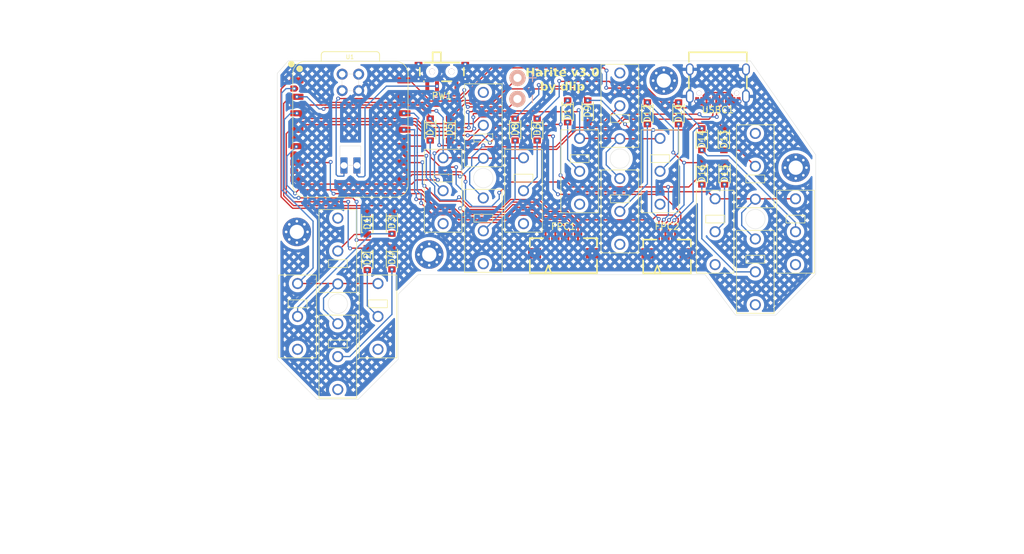
<source format=kicad_pcb>
(kicad_pcb (version 20241229) (generator "pcbnew") (generator_version "9.0")
  (layers (0 "F.Cu" signal) (2 "B.Cu" signal) (13 "F.Paste" user) (15 "B.Paste" user) (5 "F.SilkS" user "F.Silkscreen") (7 "B.SilkS" user "B.Silkscreen") (1 "F.Mask" user) (3 "B.Mask" user) (25 "Edge.Cuts" user))
  (net 0 "")
  (net 1 "BAT -")
  (net 2 "BAT +")
  (net 4 "5V")
  (net 7 "col1")
  (net 8 "row2")
  (net 9 "col5")
  (net 10 "col4")
  (net 11 "row3")
  (net 12 "row4")
  (net 13 "row1")
  (net 14 "col6")
  (net 15 "col2")
  (net 16 "col3")
  (net 17 "PSW")
  (net 18 "Net-(D2-A)")
  (net 19 "Net-(D3-A)")
  (net 20 "Net-(D1-A)")
  (net 21 "Net-(D5-A)")
  (net 22 "Net-(D6-A)")
  (net 23 "Net-(D8-A)")
  (net 24 "Net-(D9-A)")
  (net 25 "Net-(D10-A)")
  (net 26 "Net-(D12-A)")
  (net 27 "Net-(D13-A)")
  (net 28 "Net-(D14-A)")
  (net 29 "Net-(D16-A)")
  (net 30 "3V3")
  (net 31 "GND")
  (net 32 "MISO")
  (net 33 "MOSI")
  (net 34 "SCK")
  (net 35 "DR")
  (net 36 "SS")
  (net 37 "Net-(D4-A)")
  (net 38 "Net-(D7-A)")
  (net 39 "Net-(D11-A)")
  (net 40 "Net-(D15-A)")
  (net 49 "TX")
  (net 50 "RX")
  (footprint "easyeda2kicad:USB-C_SMD-TYPE-C-31-M-12" (layer "F.Cu") (at 123.17 25.519875 180)
    (property "Reference" "USBC1")
    (property "Value" "TYPE-C-31-M-12")
  )
  (footprint "easyeda2kicad:FPC-SMD_AFC01-S06FCC-00" (layer "F.Cu") (at 115.33 50.127375)
    (property "Reference" "FPC2")
    (property "Value" "AFC01-S06FCC-00")
  )
  (footprint "easyeda2kicad:SOD-123_L2.8-W1.8-LS3.7-RD-1" (layer "F.Cu") (at 78.8 32.349875 -90)
    (property "Reference" "D7")
    (property "Value" "1N4148W_C917030")
  )
  (footprint "easyeda2kicad:SOD-123_L2.8-W1.8-LS3.7-RD-1" (layer "F.Cu") (at 95.3 32.359875 -90)
    (property "Reference" "D6")
    (property "Value" "1N4148W_C917030")
  )
  (footprint "easyeda2kicad:SOD-123_L2.8-W1.8-LS3.7-RD-1" (layer "F.Cu") (at 91.9 32.349875 -90)
    (property "Reference" "D8")
    (property "Value" "1N4148W_C917030")
  )
  (footprint "easyeda2kicad:SOD-123_L2.8-W1.8-LS3.7-RD-1" (layer "F.Cu") (at 124.1 33.839875 -90)
    (property "Reference" "D13")
    (property "Value" "1N4148W_C917030")
  )
  (footprint "easyeda2kicad:SOD-123_L2.8-W1.8-LS3.7-RD-1" (layer "F.Cu") (at 112.3 29.839875 -90)
    (property "Reference" "D12")
    (property "Value" "1N4148W_C917030")
  )
  (footprint "easyeda2kicad:SOD-123_L2.8-W1.8-LS3.7-RD-1" (layer "F.Cu") (at 120.7 39.149875 -90)
    (property "Reference" "D16")
    (property "Value" "1N4148W_C917030")
  )
  (footprint "easyeda2kicad:SOD-123_L2.8-W1.8-LS3.7-RD-1" (layer "F.Cu") (at 124.2 39.149875 -90)
    (property "Reference" "D15")
    (property "Value" "1N4148W_C917030")
  )
  (footprint "easyeda2kicad:SOD-123_L2.8-W1.8-LS3.7-RD-1" (layer "F.Cu") (at 81.8 32.359875 -90)
    (property "Reference" "D5")
    (property "Value" "1N4148W_C917030")
  )
  (footprint "footprints:MountingHole_2.2mm_M2_Pad_Via" (layer "F.Cu") (at 114.833274 24.799875)
    (property "Reference" "H6")
    (property "Value" "MountingHole")
  )
  (footprint "easyeda2kicad:SOD-123_L2.8-W1.8-LS3.7-RD-1" (layer "F.Cu") (at 69.1 52.349875 -90)
    (property "Reference" "D2")
    (property "Value" "1N4148W_C917030")
  )
  (footprint "footprints:mouse-switch-cluster" (layer "F.Cu") (at 108.05 36.839875)
    (property "Reference" "SW3" (hide yes))
    (property "Value" "~")
    (fp_circle (center 0 0) (end 1.5 0) (stroke (width 0.05)) (fill no) (layer "Edge.Cuts"))
  )
  (footprint "easyeda2kicad:SOD-123_L2.8-W1.8-LS3.7-RD-1" (layer "F.Cu") (at 72.9 52.249875 -90)
    (property "Reference" "D4")
    (property "Value" "1N4148W_C917030")
  )
  (footprint "easyeda2kicad:FPC-SMD_AFC01-S12FCC-00" (layer "F.Cu") (at 99.35 50.109875)
    (property "Reference" "FPC1")
    (property "Value" "AFC01-S12FCC-00")
  )
  (footprint "easyeda2kicad:SOD-123_L2.8-W1.8-LS3.7-RD-1" (layer "F.Cu") (at 117.1 29.849875 -90)
    (property "Reference" "D10")
    (property "Value" "1N4148W_C917030")
  )
  (footprint "footprints:mouse-switch-cluster" (layer "F.Cu") (at 128.95 46.169875)
    (property "Reference" "SW4" (hide yes))
    (property "Value" "~")
    (fp_circle (center 0 0) (end 1.5 0) (stroke (width 0.05)) (fill no) (layer "Edge.Cuts"))
  )
  (footprint "easyeda2kicad:SOD-123_L2.8-W1.8-LS3.7-RD-1" (layer "F.Cu") (at 103.1 29.539875 -90)
    (property "Reference" "D9")
    (property "Value" "1N4148W_C917030")
  )
  (footprint "footprints:MountingHole_2.2mm_M2_Pad_Via" (layer "F.Cu") (at 58.233274 48.149875)
    (property "Reference" "H3")
    (property "Value" "MountingHole")
  )
  (footprint "easyeda2kicad:SOD-123_L2.8-W1.8-LS3.7-RD-1" (layer "F.Cu") (at 72.9 46.749875 -90)
    (property "Reference" "D3")
    (property "Value" "1N4148W_C917030")
  )
  (footprint "easyeda2kicad:SOD-123_L2.8-W1.8-LS3.7-RD-1" (layer "F.Cu") (at 69.1 46.849875 -90)
    (property "Reference" "D1")
    (property "Value" "1N4148W_C917030")
  )
  (footprint "footprints:mouse-switch-cluster" (layer "F.Cu") (at 86.9937 39.839875)
    (property "Reference" "SW2" (hide yes))
    (property "Value" "~")
    (fp_circle (center 0 0) (end 1.5 0) (stroke (width 0.05)) (fill no) (layer "Edge.Cuts"))
  )
  (footprint "footprints:mouse-switch-cluster" (layer "F.Cu") (at 64.55 59.249875)
    (property "Reference" "SW1" (hide yes))
    (property "Value" "~")
    (fp_circle (center 0 0) (end 1.5 0) (stroke (width 0.05)) (fill no) (layer "Edge.Cuts"))
  )
  (footprint "footprints:MountingHole_2.2mm_M2_Pad_Via" (layer "F.Cu") (at 78.65 51.649875)
    (property "Reference" "H4")
    (property "Value" "MountingHole")
  )
  (footprint "footprints:MountingHole_2.2mm_M2_Pad_Via" (layer "F.Cu") (at 135.183274 38.236601)
    (property "Reference" "H5")
    (property "Value" "MountingHole")
  )
  (footprint "easyeda2kicad:SOD-123_L2.8-W1.8-LS3.7-RD-1" (layer "F.Cu") (at 120.7 33.839875 -90)
    (property "Reference" "D14")
    (property "Value" "1N4148W_C917030")
  )
  (footprint "easyeda2kicad:SOD-123_L2.8-W1.8-LS3.7-RD-1" (layer "F.Cu") (at 100 29.539875 -90)
    (property "Reference" "D11")
    (property "Value" "1N4148W_C917030")
  )
  (footprint "footprints:XIAO-nRF52840-Plus-SMD" (layer "F.Cu") (at 66.495 32.372375 90)
    (property "Reference" "U1")
    (property "Value" "XIAO-ESP32-S3-Plus-SMD")
    (fp_rect (start -5.5 -1.6) (end -2.5 1.6) (stroke (width 0.05)) (fill no) (layer "Edge.Cuts"))
    (fp_rect (start 6 -1.3) (end 8.6 1.3) (stroke (width 0.05)) (fill no) (layer "Edge.Cuts"))
  )
  (footprint "easyeda2kicad:SW-TH_MSK12C02" (layer "F.Cu") (at 80.6 23.947375 180)
    (property "Reference" "PW1")
    (property "Value" "MSK12C02")
  )
  (footprint "footprints:BatteryPad" (layer "B.Cu") (at 92.25 27.624875 -90)
    (property "Reference" "H1" (hide yes))
    (property "Value" "-")
  )
  (footprint "footprints:BatteryPad" (layer "B.Cu") (at 92.27 24.374875 -90)
    (property "Reference" "H2" (hide yes))
    (property "Value" "+")
  )
  (gr_line (start 56.9 21.749875) (end 55.2 23.699875) (stroke (width 0.05)) (layer "Edge.Cuts"))
  (gr_line (start 138.26 36.249875) (end 138.26 54.649875) (stroke (width 0.05)) (layer "Edge.Cuts"))
  (gr_line (start 73.88 57.749875) (end 73.88 67.799875) (stroke (width 0.05)) (layer "Edge.Cuts"))
  (gr_line (start 125.9 60.999875) (end 121.21 54.749875) (stroke (width 0.05)) (layer "Edge.Cuts"))
  (gr_line (start 56.9 21.749875) (end 128.2 21.749875) (stroke (width 0.05)) (layer "Edge.Cuts"))
  (gr_line (start 138.26 36.249875) (end 128.2 21.749875) (stroke (width 0.05)) (layer "Edge.Cuts"))
  (gr_line (start 73.88 67.799875) (end 67.7 74) (stroke (width 0.05)) (layer "Edge.Cuts"))
  (gr_line (start 132.1 60.999875) (end 125.9 60.999875) (stroke (width 0.05)) (layer "Edge.Cuts"))
  (gr_line (start 138.26 54.652451) (end 132.1 60.999875) (stroke (width 0.05)) (layer "Edge.Cuts"))
  (gr_line (start 121.21 54.749875) (end 76.95 54.749875) (stroke (width 0.05)) (layer "Edge.Cuts"))
  (gr_line (start 61.35 73.999875) (end 67.7 74) (stroke (width 0.05)) (layer "Edge.Cuts"))
  (gr_line (start 76.95 54.749875) (end 73.88 57.749875) (stroke (width 0.05)) (layer "Edge.Cuts"))
  (gr_line (start 61.35 73.999875) (end 55.2 67.799875) (stroke (width 0.05)) (layer "Edge.Cuts"))
  (gr_line (start 55.2 67.799875) (end 55.2 23.699875) (stroke (width 0.05)) (layer "Edge.Cuts"))
  (gr_text "Harite v3.0\nby dlip" (at 99.2 26.549875 0) (layer "F.SilkS") (effects (font (size 1.3 1.3) (thickness 0.15) (bold yes)) (justify bottom)))
  (via (at 79.85 25.647375) (size 0.6) (drill 0.3) (layers "F.Cu" "B.Cu") (net 1))
  (segment (start 68.55 39.649875) (end 67.75 39.649875) (width 0.2) (layer "B.Cu") (net 1))
  (segment (start 67.501012 39.400887) (end 67.501012 38.473375) (width 0.2) (layer "B.Cu") (net 1))
  (segment (start 67.75 39.649875) (end 67.501012 39.400887) (width 0.2) (layer "B.Cu") (net 1))
  (segment (start 68.75 39.449875) (end 68.55 39.649875) (width 0.2) (layer "B.Cu") (net 1))
  (segment (start 79.85 25.647375) (end 72.0525 25.647375) (width 0.2) (layer "B.Cu") (net 1))
  (segment (start 68.75 28.949875) (end 68.75 39.449875) (width 0.2) (layer "B.Cu") (net 1))
  (segment (start 72.0525 25.647375) (end 68.75 28.949875) (width 0.2) (layer "B.Cu") (net 1))
  (segment (start 83.839208 27.847875) (end 85.015043 27.847875) (width 0.2) (layer "F.Cu") (net 2))
  (segment (start 85.167043 27.999875) (end 88.645 27.999875) (width 0.2) (layer "F.Cu") (net 2))
  (segment (start 88.645 27.999875) (end 92.27 24.374875) (width 0.2) (layer "F.Cu") (net 2))
  (segment (start 85.015043 27.847875) (end 85.167043 27.999875) (width 0.2) (layer "F.Cu") (net 2))
  (segment (start 71.799 27.561375) (end 72.844 26.516375) (width 0.2) (layer "F.Cu") (net 2))
  (segment (start 72.844 26.516375) (end 76.7178 26.516375) (width 0.2) (layer "F.Cu") (net 2))
  (segment (start 78.1513 27.949875) (end 83.737208 27.949875) (width 0.2) (layer "F.Cu") (net 2))
  (segment (start 64.6 27.561375) (end 71.799 27.561375) (width 0.2) (layer "F.Cu") (net 2))
  (segment (start 83.737208 27.949875) (end 83.839208 27.847875) (width 0.2) (layer "F.Cu") (net 2))
  (segment (start 76.7178 26.516375) (end 78.1513 27.949875) (width 0.2) (layer "F.Cu") (net 2))
  (via (at 64.6 27.561375) (size 0.6) (drill 0.3) (layers "F.Cu" "B.Cu") (net 2))
  (segment (start 64.294 39.293875) (end 64.55 39.549875) (width 0.2) (layer "B.Cu") (net 2))
  (segment (start 64.6 27.699375) (end 64.294 28.005375) (width 0.2) (layer "B.Cu") (net 2))
  (segment (start 64.55 39.549875) (end 65.45 39.549875) (width 0.2) (layer "B.Cu") (net 2))
  (segment (start 65.45 39.549875) (end 65.501012 39.498863) (width 0.2) (layer "B.Cu") (net 2))
  (segment (start 64.294 28.005375) (end 64.294 39.293875) (width 0.2) (layer "B.Cu") (net 2))
  (segment (start 65.501012 39.498863) (end 65.501012 38.473375) (width 0.2) (layer "B.Cu") (net 2))
  (segment (start 64.6 27.561375) (end 64.6 27.699375) (width 0.2) (layer "B.Cu") (net 2))
  (segment (start 84.120108 26.999875) (end 84.269108 26.850875) (width 0.2) (layer "F.Cu") (net 4))
  (segment (start 75.6525 24.752375) (end 78.45 27.549875) (width 0.2) (layer "F.Cu") (net 4))
  (segment (start 120.92 27.087875) (end 120.92 27.989875) (width 0.2) (layer "F.Cu") (net 4))
  (segment (start 83.5671 27.549875) (end 84.1171 26.999875) (width 0.2) (layer "F.Cu") (net 4))
  (segment (start 125.42 27.989875) (end 125.42 27.106594) (width 0.2) (layer "F.Cu") (net 4))
  (segment (start 121.37 26.637875) (end 120.92 27.087875) (width 0.2) (layer "F.Cu") (net 4))
  (segment (start 105.574 22.823875) (end 106 23.249875) (width 0.2) (layer "F.Cu") (net 4))
  (segment (start 125.42 27.106594) (end 124.951281 26.637875) (width 0.2) (layer "F.Cu") (net 4))
  (segment (start 111.7329 25.949875) (end 114.7829 28.999875) (width 0.2) (layer "F.Cu") (net 4))
  (segment (start 74.75 24.752375) (end 75.6525 24.752375) (width 0.2) (layer "F.Cu") (net 4))
  (segment (start 114.7829 28.999875) (end 120.92 28.999875) (width 0.2) (layer "F.Cu") (net 4))
  (segment (start 124.951281 26.637875) (end 121.37 26.637875) (width 0.2) (layer "F.Cu") (net 4))
  (segment (start 84.651 26.498818) (end 84.651 26.468983) (width 0.2) (layer "F.Cu") (net 4))
  (segment (start 84.1171 26.999875) (end 84.120108 26.999875) (width 0.2) (layer "F.Cu") (net 4))
  (segment (start 88.296108 22.823875) (end 105.574 22.823875) (width 0.2) (layer "F.Cu") (net 4))
  (segment (start 120.92 28.999875) (end 120.92 27.989875) (width 0.2) (layer "F.Cu") (net 4))
  (segment (start 105.95 25.899875) (end 106 25.949875) (width 0.2) (layer "F.Cu") (net 4))
  (segment (start 84.269108 26.850875) (end 84.298943 26.850875) (width 0.2) (layer "F.Cu") (net 4))
  (segment (start 84.651 26.468983) (end 88.296108 22.823875) (width 0.2) (layer "F.Cu") (net 4))
  (segment (start 78.45 27.549875) (end 83.5671 27.549875) (width 0.2) (layer "F.Cu") (net 4))
  (segment (start 106 25.949875) (end 111.7329 25.949875) (width 0.2) (layer "F.Cu") (net 4))
  (segment (start 84.298943 26.850875) (end 84.651 26.498818) (width 0.2) (layer "F.Cu") (net 4))
  (via (at 106 23.249875) (size 0.6) (drill 0.3) (layers "F.Cu" "B.Cu") (net 4))
  (via (at 105.95 25.899875) (size 0.6) (drill 0.3) (layers "F.Cu" "B.Cu") (net 4))
  (segment (start 106 25.849875) (end 105.95 25.899875) (width 0.2) (layer "B.Cu") (net 4))
  (segment (start 106 23.249875) (end 106 25.849875) (width 0.2) (layer "B.Cu") (net 4))
  (segment (start 64.49 56.119875) (end 64.55 56.179875) (width 0.2) (layer "F.Cu") (net 7))
  (segment (start 58.35 56.119875) (end 64.49 56.119875) (width 0.2) (layer "F.Cu") (net 7))
  (segment (start 70.75 56.119875) (end 64.61 56.119875) (width 0.2) (layer "F.Cu") (net 7))
  (segment (start 64.61 56.119875) (end 64.55 56.179875) (width 0.2) (layer "F.Cu") (net 7))
  (via (at 57.84 26.022375) (size 0.6) (drill 0.3) (layers "F.Cu" "B.Cu") (net 7))
  (segment (start 55.9 41.649875) (end 55.9 26.699875) (width 0.2) (layer "B.Cu") (net 7))
  (segment (start 62.35 58.379875) (end 64.55 56.179875) (width 0.2) (layer "B.Cu") (net 7))
  (segment (start 60.734274 53.735601) (end 60.734274 46.484149) (width 0.2) (layer "B.Cu") (net 7))
  (segment (start 62.35 60.119875) (end 62.35 58.379875) (width 0.2) (layer "B.Cu") (net 7))
  (segment (start 55.9 26.699875) (end 56.5775 26.022375) (width 0.2) (layer "B.Cu") (net 7))
  (segment (start 64.55 62.319875) (end 62.35 60.119875) (width 0.2) (layer "B.Cu") (net 7))
  (segment (start 58.35 56.119875) (end 60.734274 53.735601) (width 0.2) (layer "B.Cu") (net 7))
  (segment (start 56.5775 26.022375) (end 57.84 26.022375) (width 0.2) (layer "B.Cu") (net 7))
  (segment (start 60.734274 46.484149) (end 55.9 41.649875) (width 0.2) (layer "B.Cu") (net 7))
  (segment (start 114.58 46.516198) (end 114.833186 46.263012) (width 0.2) (layer "F.Cu") (net 8))
  (segment (start 122.428 37.459875) (end 124.2 37.459875) (width 0.2) (layer "F.Cu") (net 8))
  (segment (start 98.924998 31.549875) (end 97.2 31.549875) (width 0.2) (layer "F.Cu") (net 8))
  (segment (start 86.124 34.825875) (end 80.2697 34.825875) (width 0.2) (layer "F.Cu") (net 8))
  (segment (start 66.399943 44.098875) (end 71.939 44.098875) (width 0.2) (layer "F.Cu") (net 8))
  (segment (start 115.5 41.210875) (end 118.677 41.210875) (width 0.2) (layer "F.Cu") (net 8))
  (segment (start 100.711 41.210875) (end 115.5 41.210875) (width 0.2) (layer "F.Cu") (net 8))
  (segment (start 97.2 31.549875) (end 97 31.749875) (width 0.2) (layer "F.Cu") (net 8))
  (segment (start 114.833186 46.263012) (end 114.841962 46.263012) (width 0.2) (layer "F.Cu") (net 8))
  (segment (start 65.900057 44.098875) (end 65.901057 44.099875) (width 0.2) (layer "F.Cu") (net 8))
  (segment (start 66.398943 44.099875) (end 66.399943 44.098875) (width 0.2) (layer "F.Cu") (net 8))
  (segment (start 56.202 42.568975) (end 57.5329 43.899875) (width 0.2) (layer "F.Cu") (net 8))
  (segment (start 80.2697 34.825875) (end 80.1937 34.749875) (width 0.2) (layer "F.Cu") (net 8))
  (segment (start 57.224 27.292375) (end 56.202 28.314375) (width 0.2) (layer "F.Cu") (net 8))
  (segment (start 62.549 28.963375) (end 77.4635 28.963375) (width 0.2) (layer "F.Cu") (net 8))
  (segment (start 89.2 31.749875) (end 86.124 34.825875) (width 0.2) (layer "F.Cu") (net 8))
  (segment (start 58.24 27.292375) (end 57.224 27.292375) (width 0.2) (layer "F.Cu") (net 8))
  (segment (start 97 31.749875) (end 89.2 31.749875) (width 0.2) (layer "F.Cu") (net 8))
  (segment (start 77.4635 28.963375) (end 78.8 30.299875) (width 0.2) (layer "F.Cu") (net 8))
  (segment (start 56.202 28.314375) (end 56.202 42.568975) (width 0.2) (layer "F.Cu") (net 8))
  (segment (start 65.901057 44.099875) (end 66.398943 44.099875) (width 0.2) (layer "F.Cu") (net 8))
  (segment (start 98.9 39.399875) (end 100.711 41.210875) (width 0.2) (layer "F.Cu") (net 8))
  (segment (start 78.8 30.299875) (end 78.8 30.659875) (width 0.2) (layer "F.Cu") (net 8))
  (segment (start 62.35 29.162375) (end 62.549 28.963375) (width 0.2) (layer "F.Cu") (net 8))
  (segment (start 57.5329 43.899875) (end 57.55 43.899875) (width 0.2) (layer "F.Cu") (net 8))
  (segment (start 118.677 41.210875) (end 122.428 37.459875) (width 0.2) (layer "F.Cu") (net 8))
  (segment (start 114.58 48.787375) (end 114.58 46.516198) (width 0.2) (layer "F.Cu") (net 8))
  (segment (start 57.749 44.098875) (end 65.900057 44.098875) (width 0.2) (layer "F.Cu") (net 8))
  (segment (start 71.939 44.098875) (end 72.9 45.059875) (width 0.2) (layer "F.Cu") (net 8))
  (segment (start 57.55 43.899875) (end 57.749 44.098875) (width 0.2) (layer "F.Cu") (net 8))
  (via (at 98.924998 31.549875) (size 0.6) (drill 0.3) (layers "F.Cu" "B.Cu") (net 8))
  (via (at 80.1937 34.749875) (size 0.6) (drill 0.3) (layers "F.Cu" "B.Cu") (net 8))
  (via (at 114.841962 46.263012) (size 0.6) (drill 0.3) (layers "F.Cu" "B.Cu") (net 8))
  (via (at 62.35 29.162375) (size 0.6) (drill 0.3) (layers "F.Cu" "B.Cu") (net 8))
  (via (at 100 27.849875) (size 0.6) (drill 0.3) (layers "F.Cu" "B.Cu") (net 8))
  (via (at 58.24 27.292375) (size 0.6) (drill 0.3) (layers "F.Cu" "B.Cu") (net 8))
  (via (at 115.5 41.210875) (size 0.6) (drill 0.3) (layers "F.Cu" "B.Cu") (net 8))
  (via (at 78.8 30.659875) (size 0.6) (drill 0.3) (layers "F.Cu" "B.Cu") (net 8))
  (via (at 98.9 39.399875) (size 0.6) (drill 0.3) (layers "F.Cu" "B.Cu") (net 8))
  (segment (start 80.1937 32.053575) (end 80.1937 34.749875) (width 0.2) (layer "B.Cu") (net 8))
  (segment (start 115.551 45.553974) (end 115.551 41.261875) (width 0.2) (layer "B.Cu") (net 8))
  (segment (start 58.24 27.292375) (end 59.7925 27.292375) (width 0.2) (layer "B.Cu") (net 8))
  (segment (start 114.841962 46.263012) (end 115.551 45.553974) (width 0.2) (layer "B.Cu") (net 8))
  (segment (start 98.924998 34.274873) (end 98.924998 39.374877) (width 0.2) (layer "B.Cu") (net 8))
  (segment (start 98.924998 31.549875) (end 98.924998 28.924877) (width 0.2) (layer "B.Cu") (net 8))
  (segment (start 59.7925 27.292375) (end 60.3 27.799875) (width 0.2) (layer "B.Cu") (net 8))
  (segment (start 98.924998 31.549875) (end 98.924998 34.274873) (width 0.2) (layer "B.Cu") (net 8))
  (segment (start 78.8 30.659875) (end 80.1937 32.053575) (width 0.2) (layer "B.Cu") (net 8))
  (segment (start 98.924998 39.374877) (end 98.9 39.399875) (width 0.2) (layer "B.Cu") (net 8))
  (segment (start 98.924998 28.924877) (end 100 27.849875) (width 0.2) (layer "B.Cu") (net 8))
  (segment (start 60.3 27.799875) (end 61.6625 29.162375) (width 0.2) (layer "B.Cu") (net 8))
  (segment (start 61.6625 29.162375) (end 62.35 29.162375) (width 0.2) (layer "B.Cu") (net 8))
  (segment (start 115.551 41.261875) (end 115.5 41.210875) (width 0.2) (layer "B.Cu") (net 8))
  (segment (start 100.1473 44.595875) (end 101.8423 46.290875) (width 0.2) (layer "F.Cu") (net 9))
  (segment (start 117.052079 46.599897) (end 116.08 47.571976) (width 0.2) (layer "F.Cu") (net 9))
  (segment (start 116.498943 45.548875) (end 117.052079 46.102011) (width 0.2) (layer "F.Cu") (net 9))
  (segment (start 91.1974 43.149875) (end 95.5842 43.149875) (width 0.2) (layer "F.Cu") (net 9))
  (segment (start 75.3675 36.399875) (end 78.2 36.399875) (width 0.2) (layer "F.Cu") (net 9))
  (segment (start 83.251 42.799875) (end 83.4 42.799875) (width 0.2) (layer "F.Cu") (net 9))
  (segment (start 95.5842 43.149875) (end 97.0292 44.594875) (width 0.2) (layer "F.Cu") (net 9))
  (segment (start 101.8423 46.290875) (end 113.059057 46.290875) (width 0.2) (layer "F.Cu") (net 9))
  (segment (start 117.052079 46.102011) (end 117.052079 46.599897) (width 0.2) (layer "F.Cu") (net 9))
  (segment (start 113.059057 46.290875) (end 113.801057 45.548875) (width 0.2) (layer "F.Cu") (net 9))
  (segment (start 83.4 42.799875) (end 84.278181 43.678056) (width 0.2) (layer "F.Cu") (net 9))
  (segment (start 116.08 47.571976) (end 116.08 48.787375) (width 0.2) (layer "F.Cu") (net 9))
  (segment (start 90.0644 44.282875) (end 91.1974 43.149875) (width 0.2) (layer "F.Cu") (net 9))
  (segment (start 99.7625 44.594875) (end 99.7635 44.595875) (width 0.2) (layer "F.Cu") (net 9))
  (segment (start 84.279595 43.678056) (end 84.884414 44.282875) (width 0.2) (layer "F.Cu") (net 9))
  (segment (start 75.15 36.182375) (end 75.3675 36.399875) (width 0.2) (layer "F.Cu") (net 9))
  (segment (start 99.7635 44.595875) (end 100.1473 44.595875) (width 0.2) (layer "F.Cu") (net 9))
  (segment (start 97.0292 44.594875) (end 99.7625 44.594875) (width 0.2) (layer "F.Cu") (net 9))
  (segment (start 84.884414 44.282875) (end 90.0644 44.282875) (width 0.2) (layer "F.Cu") (net 9))
  (segment (start 113.801057 45.548875) (end 116.498943 45.548875) (width 0.2) (layer "F.Cu") (net 9))
  (segment (start 84.278181 43.678056) (end 84.279595 43.678056) (width 0.2) (layer "F.Cu") (net 9))
  (via (at 78.2 36.399875) (size 0.6) (drill 0.3) (layers "F.Cu" "B.Cu") (net 9))
  (via (at 83.251 42.799875) (size 0.6) (drill 0.3) (layers "F.Cu" "B.Cu") (net 9))
  (segment (start 80.373808 43.209875) (end 79.4927 42.328767) (width 0.2) (layer "B.Cu") (net 9))
  (segment (start 78.2 39.763275) (end 78.2 36.399875) (width 0.2) (layer "B.Cu") (net 9))
  (segment (start 79.4927 41.055975) (end 78.2 39.763275) (width 0.2) (layer "B.Cu") (net 9))
  (segment (start 82.841 43.209875) (end 80.373808 43.209875) (width 0.2) (layer "B.Cu") (net 9))
  (segment (start 83.251 42.799875) (end 82.841 43.209875) (width 0.2) (layer "B.Cu") (net 9))
  (segment (start 79.4927 42.328767) (end 79.4927 41.055975) (width 0.2) (layer "B.Cu") (net 9))
  (segment (start 128.89 43.039875) (end 128.95 43.099875) (width 0.2) (layer "F.Cu") (net 10))
  (segment (start 121.659 41.948875) (end 122.75 43.039875) (width 0.2) (layer "F.Cu") (net 10))
  (segment (start 89.45 42.099875) (end 91.1 40.449875) (width 0.2) (layer "F.Cu") (net 10))
  (segment (start 84.25 39.599875) (end 84.25 40.399875) (width 0.2) (layer "F.Cu") (net 10))
  (segment (start 135.15 43.039875) (end 129.01 43.039875) (width 0.2) (layer "F.Cu") (net 10))
  (segment (start 83.55 38.899875) (end 84.25 39.599875) (width 0.2) (layer "F.Cu") (net 10))
  (segment (start 129.01 43.039875) (end 128.95 43.099875) (width 0.2) (layer "F.Cu") (net 10))
  (segment (start 75.302528 38.874903) (end 83.574972 38.874903) (width 0.2) (layer "F.Cu") (net 10))
  (segment (start 122.75 43.039875) (end 128.89 43.039875) (width 0.2) (layer "F.Cu") (net 10))
  (segment (start 100.8819 41.948875) (end 121.659 41.948875) (width 0.2) (layer "F.Cu") (net 10))
  (segment (start 91.1 40.449875) (end 99.3829 40.449875) (width 0.2) (layer "F.Cu") (net 10))
  (segment (start 99.3829 40.449875) (end 100.8819 41.948875) (width 0.2) (layer "F.Cu") (net 10))
  (segment (start 75.15 38.722375) (end 75.302528 38.874903) (width 0.2) (layer "F.Cu") (net 10))
  (segment (start 83.574972 38.874903) (end 83.55 38.899875) (width 0.2) (layer "F.Cu") (net 10))
  (via (at 84.25 40.399875) (size 0.6) (drill 0.3) (layers "F.Cu" "B.Cu") (net 10))
  (via (at 89.45 42.099875) (size 0.6) (drill 0.3) (layers "F.Cu" "B.Cu") (net 10))
  (segment (start 84.25 40.399875) (end 84.25 41.682775) (width 0.2) (layer "B.Cu") (net 10))
  (segment (start 84.252 41.684775) (end 84.252 43.151875) (width 0.2) (layer "B.Cu") (net 10))
  (segment (start 88.289 44.210875) (end 89.45 43.049875) (width 0.2) (layer "B.Cu") (net 10))
  (segment (start 128.95 49.239875) (end 126.849 47.138875) (width 0.2) (layer "B.Cu") (net 10))
  (segment (start 89.45 43.049875) (end 89.45 42.099875) (width 0.2) (layer "B.Cu") (net 10))
  (segment (start 85.311 44.210875) (end 88.289 44.210875) (width 0.2) (layer "B.Cu") (net 10))
  (segment (start 84.25 41.682775) (end 84.252 41.684775) (width 0.2) (layer "B.Cu") (net 10))
  (segment (start 84.252 43.151875) (end 85.311 44.210875) (width 0.2) (layer "B.Cu") (net 10))
  (segment (start 126.849 45.200875) (end 128.95 43.099875) (width 0.2) (layer "B.Cu") (net 10))
  (segment (start 126.849 47.138875) (end 126.849 45.200875) (width 0.2) (layer "B.Cu") (net 10))
  (segment (start 58.24 29.832375) (end 59.0575 30.649875) (width 0.2) (layer "F.Cu") (net 11))
  (segment (start 59.0575 30.649875) (end 76.6 30.649875) (width 0.2) (layer "F.Cu") (net 11))
  (segment (start 102.7171 26.899875) (end 111.05 26.899875) (width 0.2) (layer "F.Cu") (net 11))
  (segment (start 76.6 30.649875) (end 77.396 31.445875) (width 0.2) (layer "F.Cu") (net 11))
  (segment (start 115.08 46.873503) (end 115.646327 46.307176) (width 0.2) (layer "F.Cu") (net 11))
  (segment (start 101.4901 25.672875) (end 102.7171 26.899875) (width 0.2) (layer "F.Cu") (net 11))
  (segment (start 77.396 31.445875) (end 85.397808 31.445875) (width 0.2) (layer "F.Cu") (net 11))
  (segment (start 91.629 30.388875) (end 91.9 30.659875) (width 0.2) (layer "F.Cu") (net 11))
  (segment (start 71.74 49.399875) (end 67.45 49.399875) (width 0.2) (layer "F.Cu") (net 11))
  (segment (start 116.295735 35.89561) (end 117.86 37.459875) (width 0.2) (layer "F.Cu") (net 11))
  (segment (start 95.749 25.672875) (end 101.4901 25.672875) (width 0.2) (layer "F.Cu") (net 11))
  (segment (start 117.86 37.459875) (end 117.95 37.459875) (width 0.2) (layer "F.Cu") (net 11))
  (segment (start 86.454808 30.388875) (end 91.629 30.388875) (width 0.2) (layer "F.Cu") (net 11))
  (segment (start 72.9 50.559875) (end 71.74 49.399875) (width 0.2) (layer "F.Cu") (net 11))
  (segment (start 85.397808 31.445875) (end 86.454808 30.388875) (width 0.2) (layer "F.Cu") (net 11))
  (segment (start 66.85 42.898875) (end 67.45 43.498875) (width 0.2) (layer "F.Cu") (net 11))
  (segment (start 117.95 37.459875) (end 120.7 37.459875) (width 0.2) (layer "F.Cu") (net 11))
  (segment (start 111.05 26.899875) (end 112.3 28.149875) (width 0.2) (layer "F.Cu") (net 11))
  (segment (start 95.55 25.473875) (end 95.749 25.672875) (width 0.2) (layer "F.Cu") (net 11))
  (segment (start 115.08 48.787375) (end 115.08 46.873503) (width 0.2) (layer "F.Cu") (net 11))
  (segment (start 58.5 42.898875) (end 66.85 42.898875) (width 0.2) (layer "F.Cu") (net 11))
  (via (at 116.295735 35.89561) (size 0.6) (drill 0.3) (layers "F.Cu" "B.Cu") (net 11))
  (via (at 95.55 25.473875) (size 0.6) (drill 0.3) (layers "F.Cu" "B.Cu") (net 11))
  (via (at 67.45 49.399875) (size 0.6) (drill 0.3) (layers "F.Cu" "B.Cu") (net 11))
  (via (at 115.646327 46.307176) (size 0.6) (drill 0.3) (layers "F.Cu" "B.Cu") (net 11))
  (via (at 58.5 42.898875) (size 0.6) (drill 0.3) (layers "F.Cu" "B.Cu") (net 11))
  (via (at 67.45 43.498875) (size 0.6) (drill 0.3) (layers "F.Cu" "B.Cu") (net 11))
  (via (at 91.9 30.659875) (size 0.6) (drill 0.3) (layers "F.Cu" "B.Cu") (net 11))
  (via (at 58.24 29.832375) (size 0.6) (drill 0.3) (layers "F.Cu" "B.Cu") (net 11))
  (via (at 117.95 37.459875) (size 0.6) (drill 0.3) (layers "F.Cu" "B.Cu") (net 11))
  (via (at 112.3 28.149875) (size 0.6) (drill 0.3) (layers "F.Cu" "B.Cu") (net 11))
  (segment (start 56.301 41.400875) (end 56.301 30.799875) (width 0.2) (layer "B.Cu") (net 11))
  (segment (start 67.45 43.498875) (end 67.45 49.399875) (width 0.2) (layer "B.Cu") (net 11))
  (segment (start 56.301 30.799875) (end 57.2685 29.832375) (width 0.2) (layer "B.Cu") (net 11))
  (segment (start 57.8 42.899875) (end 58.499 42.899875) (width 0.2) (layer "B.Cu") (net 11))
  (segment (start 58.499 42.899875) (end 58.5 42.898875) (width 0.2) (layer "B.Cu") (net 11))
  (segment (start 57.2685 29.832375) (end 58.24 29.832375) (width 0.2) (layer "B.Cu") (net 11))
  (segment (start 95.55 25.473875) (end 95.55 26.949875) (width 0.2) (layer "B.Cu") (net 11))
  (segment (start 95.55 26.949875) (end 91.9 30.599875) (width 0.2) (layer "B.Cu") (net 11))
  (segment (start 117.95 44.003503) (end 117.95 37.459875) (width 0.2) (layer "B.Cu") (net 11))
  (segment (start 112.3 28.149875) (end 116.295735 32.14561) (width 0.2) (layer "B.Cu") (net 11))
  (segment (start 91.9 30.599875) (end 91.9 30.659875) (width 0.2) (layer "B.Cu") (net 11))
  (segment (start 57.8 42.899875) (end 56.301 41.400875) (width 0.2) (layer "B.Cu") (net 11))
  (segment (start 116.295735 32.14561) (end 116.295735 35.89561) (width 0.2) (layer "B.Cu") (net 11))
  (segment (start 115.646327 46.307176) (end 117.95 44.003503) (width 0.2) (layer "B.Cu") (net 11))
  (segment (start 115.58 47.222033) (end 116.451079 46.350954) (width 0.2) (layer "F.Cu") (net 12))
  (segment (start 98.761 24.910875) (end 106.411 24.910875) (width 0.2) (layer "F.Cu") (net 12))
  (segment (start 85.45 29.949875) (end 85.516 29.883875) (width 0.2) (layer "F.Cu") (net 12))
  (segment (start 57.699 43.498875) (end 66.15 43.498875) (width 0.2) (layer "F.Cu") (net 12))
  (segment (start 58.24 32.372375) (end 59.016 31.596375) (width 0.2) (layer "F.Cu") (net 12))
  (segment (start 115.58 48.787375) (end 115.58 47.222033) (width 0.2) (layer "F.Cu") (net 12))
  (segment (start 98.7 24.849875) (end 98.761 24.910875) (width 0.2) (layer "F.Cu") (net 12))
  (segment (start 58.24 32.372375) (end 57.224 32.372375) (width 0.2) (layer "F.Cu") (net 12))
  (segment (start 66.49 50.659875) (end 66.45 50.699875) (width 0.2) (layer "F.Cu") (net 12))
  (segment (start 59.016 31.596375) (end 75.7623 31.596375) (width 0.2) (layer "F.Cu") (net 12))
  (segment (start 56.603 42.402875) (end 57.699 43.498875) (width 0.2) (layer "F.Cu") (net 12))
  (segment (start 85.516 29.883875) (end 94.514 29.883875) (width 0.2) (layer "F.Cu") (net 12))
  (segment (start 85.143521 32.646875) (end 85.58505 32.205346) (width 0.2) (layer "F.Cu") (net 12))
  (segment (start 56.603 32.993375) (end 56.603 42.402875) (width 0.2) (layer "F.Cu") (net 12))
  (segment (start 114.51 28.159875) (end 117.1 28.159875) (width 0.2) (layer "F.Cu") (net 12))
  (segment (start 77.4628 32.646875) (end 85.143521 32.646875) (width 0.2) (layer "F.Cu") (net 12))
  (segment (start 94.514 29.883875) (end 95.3 30.669875) (width 0.2) (layer "F.Cu") (net 12))
  (segment (start 85.45 30.449875) (end 85.45 29.949875) (width 0.2) (layer "F.Cu") (net 12))
  (segment (start 76.4123 31.596375) (end 77.4628 32.646875) (width 0.2) (layer "F.Cu") (net 12))
  (segment (start 75.7623 31.596375) (end 76.4123 31.596375) (width 0.2) (layer "F.Cu") (net 12))
  (segment (start 106.411 24.910875) (end 107.049 25.548875) (width 0.2) (layer "F.Cu") (net 12))
  (segment (start 69.1 50.659875) (end 66.49 50.659875) (width 0.2) (layer "F.Cu") (net 12))
  (segment (start 107.049 25.548875) (end 111.899 25.548875) (width 0.2) (layer "F.Cu") (net 12))
  (segment (start 111.899 25.548875) (end 114.51 28.159875) (width 0.2) (layer "F.Cu") (net 12))
  (segment (start 57.224 32.372375) (end 56.603 32.993375) (width 0.2) (layer "F.Cu") (net 12))
  (via (at 120.7 32.149875) (size 0.6) (drill 0.3) (layers "F.Cu" "B.Cu") (net 12))
  (via (at 85.58505 32.205346) (size 0.6) (drill 0.3) (layers "F.Cu" "B.Cu") (net 12))
  (via (at 66.45 50.699875) (size 0.6) (drill 0.3) (layers "F.Cu" "B.Cu") (net 12))
  (via (at 98.7 24.849875) (size 0.6) (drill 0.3) (layers "F.Cu" "B.Cu") (net 12))
  (via (at 95.3 30.669875) (size 0.6) (drill 0.3) (layers "F.Cu" "B.Cu") (net 12))
  (via (at 117.1 28.159875) (size 0.6) (drill 0.3) (layers "F.Cu" "B.Cu") (net 12))
  (via (at 116.451079 46.350954) (size 0.6) (drill 0.3) (layers "F.Cu" "B.Cu") (net 12))
  (via (at 85.45 30.449875) (size 0.6) (drill 0.3) (layers "F.Cu" "B.Cu") (net 12))
  (via (at 66.15 43.498875) (size 0.6) (drill 0.3) (layers "F.Cu" "B.Cu") (net 12))
  (segment (start 98.7 27.269875) (end 98.7 24.849875) (width 0.2) (layer "B.Cu") (net 12))
  (segment (start 85.45 32.070296) (end 85.58505 32.205346) (width 0.2) (layer "B.Cu") (net 12))
  (segment (start 66.15 50.399875) (end 66.45 50.699875) (width 0.2) (layer "B.Cu") (net 12))
  (segment (start 119.9 32.149875) (end 120.7 32.149875) (width 0.2) (layer "B.Cu") (net 12))
  (segment (start 117.1 28.549875) (end 120.7 32.149875) (width 0.2) (layer "B.Cu") (net 12))
  (segment (start 119.35 32.699875) (end 119.9 32.149875) (width 0.2) (layer "B.Cu") (net 12))
  (segment (start 117.1 28.159875) (end 117.1 28.549875) (width 0.2) (layer "B.Cu") (net 12))
  (segment (start 66.15 43.498875) (end 66.15 50.399875) (width 0.2) (layer "B.Cu") (net 12))
  (segment (start 119.35 43.452033) (end 119.35 32.699875) (width 0.2) (layer "B.Cu") (net 12))
  (segment (start 116.451079 46.350954) (end 119.35 43.452033) (width 0.2) (layer "B.Cu") (net 12))
  (segment (start 85.45 30.449875) (end 85.45 32.070296) (width 0.2) (layer "B.Cu") (net 12))
  (segment (start 95.3 30.669875) (end 98.7 27.269875) (width 0.2) (layer "B.Cu") (net 12))
  (segment (start 108.85 31.499875) (end 109.759 32.408875) (width 0.2) (layer "F.Cu") (net 13))
  (segment (start 61.649 28.161375) (end 61.933957 28.161375) (width 0.2) (layer "F.Cu") (net 13))
  (segment (start 57.1475 24.752375) (end 55.801 26.098875) (width 0.2) (layer "F.Cu") (net 13))
  (segment (start 62.765043 28.160375) (end 62.766043 28.161375) (width 0.2) (layer "F.Cu") (net 13))
  (segment (start 68.44 44.499875) (end 69.1 45.159875) (width 0.2) (layer "F.Cu") (net 13))
  (segment (start 66.565043 44.500875) (end 66.566043 44.499875) (width 0.2) (layer "F.Cu") (net 13))
  (segment (start 65.734957 44.500875) (end 66.565043 44.500875) (width 0.2) (layer "F.Cu") (net 13))
  (segment (start 57.3839 44.300875) (end 57.5829 44.499875) (width 0.2) (layer "F.Cu") (net 13))
  (segment (start 123.324 31.373875) (end 124.1 32.149875) (width 0.2) (layer "F.Cu") (net 13))
  (segment (start 65.733957 44.499875) (end 65.734957 44.500875) (width 0.2) (layer "F.Cu") (net 13))
  (segment (start 88.8111 28.400875) (end 85.000943 28.400875) (width 0.2) (layer "F.Cu") (net 13))
  (segment (start 57.5829 44.499875) (end 65.733957 44.499875) (width 0.2) (layer "F.Cu") (net 13))
  (segment (start 58.24 24.752375) (end 61.649 28.161375) (width 0.2) (layer "F.Cu") (net 13))
  (segment (start 58.24 24.752375) (end 57.1475 24.752375) (width 0.2) (layer "F.Cu") (net 13))
  (segment (start 109.759 32.408875) (end 113.2 32.408875) (width 0.2) (layer "F.Cu") (net 13))
  (segment (start 62.766043 28.161375) (end 77.7957 28.161375) (width 0.2) (layer "F.Cu") (net 13))
  (segment (start 66.566043 44.499875) (end 68.44 44.499875) (width 0.2) (layer "F.Cu") (net 13))
  (segment (start 61.934957 28.160375) (end 62.765043 28.160375) (width 0.2) (layer "F.Cu") (net 13))
  (segment (start 77.7957 28.161375) (end 78.370671 28.736346) (width 0.2) (layer "F.Cu") (net 13))
  (segment (start 114.08 46.179875) (end 114.05 46.149875) (width 0.2) (layer "F.Cu") (net 13))
  (segment (start 91.1381 26.073875) (end 88.8111 28.400875) (width 0.2) (layer "F.Cu") (net 13))
  (segment (start 80.413528 28.736346) (end 81.8 30.122818) (width 0.2) (layer "F.Cu") (net 13))
  (segment (start 101.324 26.073875) (end 91.1381 26.073875) (width 0.2) (layer "F.Cu") (net 13))
  (segment (start 85.000943 28.400875) (end 84.848943 28.248875) (width 0.2) (layer "F.Cu") (net 13))
  (segment (start 84.221 28.248875) (end 81.8 30.669875) (width 0.2) (layer "F.Cu") (net 13))
  (segment (start 81.8 30.122818) (end 81.8 30.669875) (width 0.2) (layer "F.Cu") (net 13))
  (segment (start 114.08 48.787375) (end 114.08 46.179875) (width 0.2) (layer "F.Cu") (net 13))
  (segment (start 113.2 32.408875) (end 118.789 32.408875) (width 0.2) (layer "F.Cu") (net 13))
  (segment (start 103.1 27.849875) (end 101.324 26.073875) (width 0.2) (layer "F.Cu") (net 13))
  (segment (start 57.3668 44.300875) (end 57.3839 44.300875) (width 0.2) (layer "F.Cu") (net 13))
  (segment (start 84.848943 28.248875) (end 84.221 28.248875) (width 0.2) (layer "F.Cu") (net 13))
  (segment (start 118.789 32.408875) (end 119.824 31.373875) (width 0.2) (layer "F.Cu") (net 13))
  (segment (start 119.824 31.373875) (end 123.324 31.373875) (width 0.2) (layer "F.Cu") (net 13))
  (segment (start 55.801 26.098875) (end 55.801 42.735075) (width 0.2) (layer "F.Cu") (net 13))
  (segment (start 78.370671 28.736346) (end 80.413528 28.736346) (width 0.2) (layer "F.Cu") (net 13))
  (segment (start 55.801 42.735075) (end 57.3668 44.300875) (width 0.2) (layer "F.Cu") (net 13))
  (segment (start 61.933957 28.161375) (end 61.934957 28.160375) (width 0.2) (layer "F.Cu") (net 13))
  (via (at 103.1 27.849875) (size 0.6) (drill 0.3) (layers "F.Cu" "B.Cu") (net 13))
  (via (at 108.85 31.499875) (size 0.6) (drill 0.3) (layers "F.Cu" "B.Cu") (net 13))
  (via (at 114.05 46.149875) (size 0.6) (drill 0.3) (layers "F.Cu" "B.Cu") (net 13))
  (via (at 113.2 32.408875) (size 0.6) (drill 0.3) (layers "F.Cu" "B.Cu") (net 13))
  (segment (start 112.949 32.659875) (end 113.2 32.408875) (width 0.2) (layer "B.Cu") (net 13))
  (segment (start 103.1 27.849875) (end 105.2 27.849875) (width 0.2) (layer "B.Cu") (net 13))
  (segment (start 105.2 27.849875) (end 108.85 31.499875) (width 0.2) (layer "B.Cu") (net 13))
  (segment (start 114.05 46.149875) (end 112.949 45.048875) (width 0.2) (layer "B.Cu") (net 13))
  (segment (start 112.949 45.048875) (end 112.949 32.659875) (width 0.2) (layer "B.Cu") (net 13))
  (segment (start 116.58 47.919875) (end 116.531 47.870875) (width 0.2) (layer "F.Cu") (net 14))
  (segment (start 88 34.399875) (end 89.136 33.263875) (width 0.2) (layer "F.Cu") (net 14))
  (segment (start 117.453079 45.233062) (end 114.569892 42.349875) (width 0.2) (layer "F.Cu") (net 14))
  (segment (start 75.5455 33.246875) (end 84.588172 33.246875) (width 0.2) (layer "F.Cu") (net 14))
  (segment (start 116.531 47.736375) (end 116.482701 47.736375) (width 0.2) (layer "F.Cu") (net 14))
  (segment (start 116.58 48.787375) (end 116.58 47.919875) (width 0.2) (layer "F.Cu") (net 14))
  (segment (start 89.136 33.263875) (end 97.614 33.263875) (width 0.2) (layer "F.Cu") (net 14))
  (segment (start 117.453079 46.765997) (end 117.453079 45.233062) (width 0.2) (layer "F.Cu") (net 14))
  (segment (start 116.531 47.870875) (end 116.531 47.736375) (width 0.2) (layer "F.Cu") (net 14))
  (segment (start 75.15 33.642375) (end 75.5455 33.246875) (width 0.2) (layer "F.Cu") (net 14))
  (segment (start 116.482701 47.736375) (end 117.453079 46.765997) (width 0.2) (layer "F.Cu") (net 14))
  (segment (start 114.569892 42.349875) (end 98.5 42.349875) (width 0.2) (layer "F.Cu") (net 14))
  (segment (start 97.614 33.263875) (end 97.75 33.399875) (width 0.2) (layer "F.Cu") (net 14))
  (via (at 97.75 33.399875) (size 0.6) (drill 0.3) (layers "F.Cu" "B.Cu") (net 14))
  (via (at 88 34.399875) (size 0.6) (drill 0.3) (layers "F.Cu" "B.Cu") (net 14))
  (via (at 98.5 42.349875) (size 0.6) (drill 0.3) (layers "F.Cu" "B.Cu") (net 14))
  (via (at 84.588172 33.246875) (size 0.6) (drill 0.3) (layers "F.Cu" "B.Cu") (net 14))
  (segment (start 97.75 33.399875) (end 97.75 41.599875) (width 0.2) (layer "B.Cu") (net 14))
  (segment (start 86.847 33.246875) (end 88 34.399875) (width 0.2) (layer "B.Cu") (net 14))
  (segment (start 84.588172 33.246875) (end 86.847 33.246875) (width 0.2) (layer "B.Cu") (net 14))
  (segment (start 97.75 41.599875) (end 98.5 42.349875) (width 0.2) (layer "B.Cu") (net 14))
  (segment (start 62.100057 28.562375) (end 57.84 28.562375) (width 0.2) (layer "F.Cu") (net 15))
  (segment (start 62.599943 28.562375) (end 62.598943 28.561375) (width 0.2) (layer "F.Cu") (net 15))
  (segment (start 62.101057 28.561375) (end 62.100057 28.562375) (width 0.2) (layer "F.Cu") (net 15))
  (segment (start 86.9937 36.769875) (end 93.1337 36.769875) (width 0.2) (layer "F.Cu") (net 15))
  (segment (start 77.6296 28.562375) (end 62.599943 28.562375) (width 0.2) (layer "F.Cu") (net 15))
  (segment (start 86.9337 36.709875) (end 86.9937 36.769875) (width 0.2) (layer "F.Cu") (net 15))
  (segment (start 79.75 29.449875) (end 78.5171 29.449875) (width 0.2) (layer "F.Cu") (net 15))
  (segment (start 78.5171 29.449875) (end 77.6296 28.562375) (width 0.2) (layer "F.Cu") (net 15))
  (segment (start 62.598943 28.561375) (end 62.101057 28.561375) (width 0.2) (layer "F.Cu") (net 15))
  (segment (start 93.1337 36.769875) (end 93.1937 36.709875) (width 0.2) (layer "F.Cu") (net 15))
  (segment (start 80.7937 36.709875) (end 86.9337 36.709875) (width 0.2) (layer "F.Cu") (net 15))
  (via (at 79.75 29.449875) (size 0.6) (drill 0.3) (layers "F.Cu" "B.Cu") (net 15))
  (segment (start 84.8927 40.808875) (end 84.8927 38.870875) (width 0.2) (layer "B.Cu") (net 15))
  (segment (start 84.8927 38.870875) (end 86.9937 36.769875) (width 0.2) (layer "B.Cu") (net 15))
  (segment (start 80.7937 30.493575) (end 80.7937 36.709875) (width 0.2) (layer "B.Cu") (net 15))
  (segment (start 79.75 29.449875) (end 80.7937 30.493575) (width 0.2) (layer "B.Cu") (net 15))
  (segment (start 86.9937 42.909875) (end 84.8927 40.808875) (width 0.2) (layer "B.Cu") (net 15))
  (segment (start 114.19 33.769875) (end 114.25 33.709875) (width 0.2) (layer "F.Cu") (net 16))
  (segment (start 76.4854 31.102375) (end 77.4289 32.045875) (width 0.2) (layer "F.Cu") (net 16))
  (segment (start 84.777534 29.599875) (end 85.2329 29.599875) (width 0.2) (layer "F.Cu") (net 16))
  (segment (start 101.45 29.599875) (end 101.7 29.349875) (width 0.2) (layer "F.Cu") (net 16))
  (segment (start 57.84 31.102375) (end 76.4854 31.102375) (width 0.2) (layer "F.Cu") (net 16))
  (segment (start 84.6 29.649878) (end 84.727531 29.649878) (width 0.2) (layer "F.Cu") (net 16))
  (segment (start 77.4289 32.045875) (end 84.75 32.045875) (width 0.2) (layer "F.Cu") (net 16))
  (segment (start 107.99 33.709875) (end 108.05 33.769875) (width 0.2) (layer "F.Cu") (net 16))
  (segment (start 85.2329 29.599875) (end 85.3499 29.482875) (width 0.2) (layer "F.Cu") (net 16))
  (segment (start 94.6801 29.482875) (end 94.7971 29.599875) (width 0.2) (layer "F.Cu") (net 16))
  (segment (start 108.05 33.769875) (end 114.19 33.769875) (width 0.2) (layer "F.Cu") (net 16))
  (segment (start 84.727531 29.649878) (end 84.777534 29.599875) (width 0.2) (layer "F.Cu") (net 16))
  (segment (start 85.3499 29.482875) (end 94.6801 29.482875) (width 0.2) (layer "F.Cu") (net 16))
  (segment (start 101.85 33.709875) (end 107.99 33.709875) (width 0.2) (layer "F.Cu") (net 16))
  (segment (start 94.7971 29.599875) (end 101.45 29.599875) (width 0.2) (layer "F.Cu") (net 16))
  (via (at 84.75 32.045875) (size 0.6) (drill 0.3) (layers "F.Cu" "B.Cu") (net 16))
  (via (at 84.6 29.649878) (size 0.6) (drill 0.3) (layers "F.Cu" "B.Cu") (net 16))
  (via (at 101.7 29.349875) (size 0.6) (drill 0.3) (layers "F.Cu" "B.Cu") (net 16))
  (segment (start 105.95 37.809875) (end 105.95 35.869875) (width 0.2) (layer "B.Cu") (net 16))
  (segment (start 84.665677 29.649878) (end 84.75 29.734201) (width 0.2) (layer "B.Cu") (net 16))
  (segment (start 84.6 29.649878) (end 84.665677 29.649878) (width 0.2) (layer "B.Cu") (net 16))
  (segment (start 108.05 39.909875) (end 105.95 37.809875) (width 0.2) (layer "B.Cu") (net 16))
  (segment (start 101.7 29.349875) (end 101.85 29.499875) (width 0.2) (layer "B.Cu") (net 16))
  (segment (start 84.75 29.734201) (end 84.75 32.045875) (width 0.2) (layer "B.Cu") (net 16))
  (segment (start 105.95 35.869875) (end 108.05 33.769875) (width 0.2) (layer "B.Cu") (net 16))
  (segment (start 101.85 29.499875) (end 101.85 33.709875) (width 0.2) (layer "B.Cu") (net 16))
  (segment (start 84.05 26.249875) (end 84.05 26.499875) (width 0.2) (layer "F.Cu") (net 17))
  (segment (start 91.025 28.849875) (end 84.6 28.849875) (width 0.2) (layer "F.Cu") (net 17))
  (segment (start 78.45 25.747375) (end 78.35 25.647375) (width 0.2) (layer "F.Cu") (net 17))
  (segment (start 83.401 27.148875) (end 78.749 27.148875) (width 0.2) (layer "F.Cu") (net 17))
  (segment (start 78.749 27.148875) (end 78.45 26.849875) (width 0.2) (layer "F.Cu") (net 17))
  (segment (start 78.45 26.849875) (end 78.45 25.747375) (width 0.2) (layer "F.Cu") (net 17))
  (segment (start 84.05 26.499875) (end 83.401 27.148875) (width 0.2) (layer "F.Cu") (net 17))
  (segment (start 92.25 27.624875) (end 91.025 28.849875) (width 0.2) (layer "F.Cu") (net 17))
  (via (at 84.6 28.849875) (size 0.6) (drill 0.3) (layers "F.Cu" "B.Cu") (net 17))
  (via (at 84.05 26.249875) (size 0.6) (drill 0.3) (layers "F.Cu" "B.Cu") (net 17))
  (segment (start 84.05 26.249875) (end 84.05 27.399875) (width 0.2) (layer "B.Cu") (net 17))
  (segment (start 84.2 28.449875) (end 84.6 28.849875) (width 0.2) (layer "B.Cu") (net 17))
  (segment (start 84.05 27.399875) (end 84.2 27.549875) (width 0.2) (layer "B.Cu") (net 17))
  (segment (start 84.2 27.549875) (end 84.2 28.449875) (width 0.2) (layer "B.Cu") (net 17))
  (via (at 69.1 54.039875) (size 0.6) (drill 0.3) (layers "F.Cu" "B.Cu") (net 18))
  (segment (start 70.75 61.199875) (end 69.1 59.549875) (width 0.2) (layer "B.Cu") (net 18))
  (segment (start 69.1 59.549875) (end 69.1 54.039875) (width 0.2) (layer "B.Cu") (net 18))
  (via (at 72.9 48.439875) (size 0.6) (drill 0.3) (layers "F.Cu" "B.Cu") (net 19))
  (segment (start 69.695787 48.439875) (end 72.9 48.439875) (width 0.2) (layer "B.Cu") (net 19))
  (segment (start 58.35 59.785662) (end 69.695787 48.439875) (width 0.2) (layer "B.Cu") (net 19))
  (segment (start 58.35 61.199875) (end 58.35 59.785662) (width 0.2) (layer "B.Cu") (net 19))
  (segment (start 67.11 48.539875) (end 69.1 48.539875) (width 0.2) (layer "F.Cu") (net 20))
  (segment (start 64.55 51.099875) (end 67.11 48.539875) (width 0.2) (layer "F.Cu") (net 20))
  (segment (start 84.6337 34.049875) (end 81.8 34.049875) (width 0.2) (layer "F.Cu") (net 21))
  (segment (start 86.9937 31.689875) (end 84.6337 34.049875) (width 0.2) (layer "F.Cu") (net 21))
  (via (at 95.3 34.049875) (size 0.6) (drill 0.3) (layers "F.Cu" "B.Cu") (net 22))
  (segment (start 93.1937 41.789875) (end 95.3 39.683575) (width 0.2) (layer "B.Cu") (net 22))
  (segment (start 95.3 39.683575) (end 95.3 34.049875) (width 0.2) (layer "B.Cu") (net 22))
  (via (at 91.9 34.039875) (size 0.6) (drill 0.3) (layers "F.Cu" "B.Cu") (net 23))
  (segment (start 91.8927 34.047175) (end 91.9 34.039875) (width 0.2) (layer "B.Cu") (net 23))
  (segment (start 86.9937 47.989875) (end 91.8927 43.090875) (width 0.2) (layer "B.Cu") (net 23))
  (segment (start 91.8927 43.090875) (end 91.8927 34.047175) (width 0.2) (layer "B.Cu") (net 23))
  (segment (start 105.51 31.229875) (end 103.1 31.229875) (width 0.2) (layer "F.Cu") (net 24))
  (segment (start 108.05 28.689875) (end 105.51 31.229875) (width 0.2) (layer "F.Cu") (net 24))
  (via (at 117.1 31.539875) (size 0.6) (drill 0.3) (layers "F.Cu" "B.Cu") (net 25))
  (segment (start 117.1 35.939875) (end 117.1 31.539875) (width 0.2) (layer "B.Cu") (net 25))
  (segment (start 114.25 38.789875) (end 117.1 35.939875) (width 0.2) (layer "B.Cu") (net 25))
  (via (at 112.3 31.529875) (size 0.6) (drill 0.3) (layers "F.Cu" "B.Cu") (net 26))
  (segment (start 112.3 40.739875) (end 112.3 31.529875) (width 0.2) (layer "B.Cu") (net 26))
  (segment (start 108.05 44.989875) (end 112.3 40.739875) (width 0.2) (layer "B.Cu") (net 26))
  (segment (start 128.95 38.019875) (end 126.46 35.529875) (width 0.2) (layer "F.Cu") (net 27))
  (segment (start 126.46 35.529875) (end 124.1 35.529875) (width 0.2) (layer "F.Cu") (net 27))
  (via (at 120.7 35.529875) (size 0.6) (drill 0.3) (layers "F.Cu" "B.Cu") (net 28))
  (segment (start 135.15 46.705662) (end 124.844213 36.399875) (width 0.2) (layer "B.Cu") (net 28))
  (segment (start 124.844213 36.399875) (end 121.57 36.399875) (width 0.2) (layer "B.Cu") (net 28))
  (segment (start 121.57 36.399875) (end 120.7 35.529875) (width 0.2) (layer "B.Cu") (net 28))
  (segment (start 135.15 48.119875) (end 135.15 46.705662) (width 0.2) (layer "B.Cu") (net 28))
  (via (at 120.7 40.839875) (size 0.6) (drill 0.3) (layers "F.Cu" "B.Cu") (net 29))
  (segment (start 120.7 49.199875) (end 120.7 40.839875) (width 0.2) (layer "B.Cu") (net 29))
  (segment (start 128.95 54.319875) (end 125.82 54.319875) (width 0.2) (layer "B.Cu") (net 29))
  (segment (start 125.82 54.319875) (end 120.7 49.199875) (width 0.2) (layer "B.Cu") (net 29))
  (segment (start 96.6 48.769875) (end 96.6 47.799875) (width 0.2) (layer "F.Cu") (net 30))
  (segment (start 83.036757 46.688875) (end 81.848879 45.500997) (width 0.2) (layer "F.Cu") (net 30))
  (segment (start 81.848879 45.500997) (end 79.201122 45.500997) (width 0.2) (layer "F.Cu") (net 30))
  (segment (start 94.356 45.555875) (end 92.194 45.555875) (width 0.2) (layer "F.Cu") (net 30))
  (segment (start 96.6 47.799875) (end 94.356 45.555875) (width 0.2) (layer "F.Cu") (net 30))
  (segment (start 79.201122 45.500997) (end 77.4 43.699875) (width 0.2) (layer "F.Cu") (net 30))
  (segment (start 91.061 46.688875) (end 83.036757 46.688875) (width 0.2) (layer "F.Cu") (net 30))
  (segment (start 92.194 45.555875) (end 91.061 46.688875) (width 0.2) (layer "F.Cu") (net 30))
  (via (at 74.75 29.832375) (size 0.6) (drill 0.3) (layers "F.Cu" "B.Cu") (net 30))
  (via (at 77.4 43.699875) (size 0.6) (drill 0.3) (layers "F.Cu" "B.Cu") (net 30))
  (segment (start 76.8235 32.206275) (end 76.8235 32.538475) (width 0.2) (layer "B.Cu") (net 30))
  (segment (start 76.2825 29.832375) (end 77.05 30.599875) (width 0.2) (layer "B.Cu") (net 30))
  (segment (start 76.801 32.560975) (end 76.801 35.900875) (width 0.2) (layer "B.Cu") (net 30))
  (segment (start 74.75 29.832375) (end 76.2825 29.832375) (width 0.2) (layer "B.Cu") (net 30))
  (segment (start 76.801 41.783775) (end 77.4 42.382775) (width 0.2) (layer "B.Cu") (net 30))
  (segment (start 77.4 42.382775) (end 77.4 43.699875) (width 0.2) (layer "B.Cu") (net 30))
  (segment (start 76.8235 32.538475) (end 76.801 32.560975) (width 0.2) (layer "B.Cu") (net 30))
  (segment (start 76.801 35.900875) (end 76.801 41.783775) (width 0.2) (layer "B.Cu") (net 30))
  (segment (start 76.8 32.182775) (end 76.8235 32.206275) (width 0.2) (layer "B.Cu") (net 30))
  (segment (start 77.05 30.599875) (end 76.8 30.849875) (width 0.2) (layer "B.Cu") (net 30))
  (segment (start 76.8 30.849875) (end 76.8 32.182775) (width 0.2) (layer "B.Cu") (net 30))
  (segment (start 97.1 48.769875) (end 97.1 47.250875) (width 0.2) (layer "F.Cu") (net 31))
  (segment (start 97.1 47.250875) (end 97.15 47.200875) (width 0.2) (layer "F.Cu") (net 31))
  (via (at 74.75 27.292375) (size 0.6) (drill 0.3) (layers "F.Cu" "B.Cu") (net 31))
  (via (at 94.9 51.449875) (size 0.6) (drill 0.3) (layers "F.Cu" "B.Cu") (net 31))
  (via (at 112.38 51.467375) (size 0.6) (drill 0.3) (layers "F.Cu" "B.Cu") (net 31))
  (via (at 77 22.247375) (size 0.6) (drill 0.3) (layers "F.Cu" "B.Cu") (net 31))
  (via (at 118.28 51.467375) (size 0.6) (drill 0.3) (layers "F.Cu" "B.Cu") (net 31))
  (via (at 77 24.547375) (size 0.6) (drill 0.3) (layers "F.Cu" "B.Cu") (net 31))
  (via (at 84.2 22.247375) (size 0.6) (drill 0.3) (layers "F.Cu" "B.Cu") (net 31))
  (via (at 119.82 27.989875) (size 0.6) (drill 0.3) (layers "F.Cu" "B.Cu") (net 31))
  (via (at 103.8 51.449875) (size 0.6) (drill 0.3) (layers "F.Cu" "B.Cu") (net 31))
  (via (at 126.52 27.989875) (size 0.6) (drill 0.3) (layers "F.Cu" "B.Cu") (net 31))
  (via (at 84.2 24.547375) (size 0.6) (drill 0.3) (layers "F.Cu" "B.Cu") (net 31))
  (via (at 97.15 47.200875) (size 0.6) (drill 0.3) (layers "F.Cu" "B.Cu") (net 31))
  (segment (start 101.6 47.182775) (end 99.8151 45.397875) (width 0.2) (layer "F.Cu") (net 32))
  (segment (start 78.860957 36.617024) (end 80.393808 38.149875) (width 0.2) (layer "F.Cu") (net 32))
  (segment (start 80.393808 38.149875) (end 82.8 38.149875) (width 0.2) (layer "F.Cu") (net 32))
  (segment (start 83.982586 45.084875) (end 83.423793 44.526082) (width 0.2) (layer "F.Cu") (net 32))
  (segment (start 95.252 43.951875) (end 91.5296 43.951875) (width 0.2) (layer "F.Cu") (net 32))
  (segment (start 74.75 34.912375) (end 77.562443 34.912375) (width 0.2) (layer "F.Cu") (net 32))
  (segment (start 99.4303 45.396875) (end 96.697 45.396875) (width 0.2) (layer "F.Cu") (net 32))
  (segment (start 78.860957 36.210889) (end 78.860957 36.617024) (width 0.2) (layer "F.Cu") (net 32))
  (segment (start 77.562443 34.912375) (end 78.860957 36.210889) (width 0.2) (layer "F.Cu") (net 32))
  (segment (start 91.5296 43.951875) (end 90.3966 45.084875) (width 0.2) (layer "F.Cu") (net 32))
  (segment (start 101.6 48.769875) (end 101.6 47.182775) (width 0.2) (layer "F.Cu") (net 32))
  (segment (start 99.8151 45.397875) (end 99.4313 45.397875) (width 0.2) (layer "F.Cu") (net 32))
  (segment (start 90.3966 45.084875) (end 83.982586 45.084875) (width 0.2) (layer "F.Cu") (net 32))
  (segment (start 99.4313 45.397875) (end 99.4303 45.396875) (width 0.2) (layer "F.Cu") (net 32))
  (segment (start 96.697 45.396875) (end 95.252 43.951875) (width 0.2) (layer "F.Cu") (net 32))
  (via (at 82.8 38.149875) (size 0.6) (drill 0.3) (layers "F.Cu" "B.Cu") (net 32))
  (via (at 83.423793 44.526082) (size 0.6) (drill 0.3) (layers "F.Cu" "B.Cu") (net 32))
  (segment (start 83.423793 44.476082) (end 83.851 44.048875) (width 0.2) (layer "B.Cu") (net 32))
  (segment (start 83.423793 44.526082) (end 83.423793 44.476082) (width 0.2) (layer "B.Cu") (net 32))
  (segment (start 83.851 41.850875) (end 82.8 40.799875) (width 0.2) (layer "B.Cu") (net 32))
  (segment (start 83.851 44.048875) (end 83.851 41.850875) (width 0.2) (layer "B.Cu") (net 32))
  (segment (start 82.8 40.799875) (end 82.8 38.149875) (width 0.2) (layer "B.Cu") (net 32))
  (segment (start 79.75 45.099997) (end 77.749878 43.099875) (width 0.2) (layer "F.Cu") (net 33))
  (segment (start 100.1 48.769875) (end 100.1 47.767875) (width 0.2) (layer "F.Cu") (net 33))
  (segment (start 94.5221 45.154875) (end 92.0279 45.154875) (width 0.2) (layer "F.Cu") (net 33))
  (segment (start 98.932 46.599875) (end 95.9671 46.599875) (width 0.2) (layer "F.Cu") (net 33))
  (segment (start 83.202857 46.287875) (end 82.014979 45.099997) (width 0.2) (layer "F.Cu") (net 33))
  (segment (start 82.014979 45.099997) (end 79.75 45.099997) (width 0.2) (layer "F.Cu") (net 33))
  (segment (start 92.0279 45.154875) (end 90.8949 46.287875) (width 0.2) (layer "F.Cu") (net 33))
  (segment (start 90.8949 46.287875) (end 83.202857 46.287875) (width 0.2) (layer "F.Cu") (net 33))
  (segment (start 100.1 47.767875) (end 98.932 46.599875) (width 0.2) (layer "F.Cu") (net 33))
  (segment (start 95.9671 46.599875) (end 94.5221 45.154875) (width 0.2) (layer "F.Cu") (net 33))
  (segment (start 77.749878 43.099875) (end 76.65 43.099875) (width 0.2) (layer "F.Cu") (net 33))
  (via (at 76.65 43.099875) (size 0.6) (drill 0.3) (layers "F.Cu" "B.Cu") (net 33))
  (via (at 74.75 32.372375) (size 0.6) (drill 0.3) (layers "F.Cu" "B.Cu") (net 33))
  (segment (start 76.4 41.949875) (end 76.4 32.394875) (width 0.2) (layer "B.Cu") (net 33))
  (segment (start 76.4225 32.372375) (end 74.75 32.372375) (width 0.2) (layer "B.Cu") (net 33))
  (segment (start 76.65 42.199875) (end 76.4 41.949875) (width 0.2) (layer "B.Cu") (net 33))
  (segment (start 76.65 43.099875) (end 76.65 42.199875) (width 0.2) (layer "B.Cu") (net 33))
  (segment (start 76.4 32.394875) (end 76.4225 32.372375) (width 0.2) (layer "B.Cu") (net 33))
  (segment (start 84.112081 44.079056) (end 83.4339 43.400875) (width 0.2) (layer "F.Cu") (net 34))
  (segment (start 102.001 47.016675) (end 99.9812 44.996875) (width 0.2) (layer "F.Cu") (net 34))
  (segment (start 95.4181 43.550875) (end 91.3635 43.550875) (width 0.2) (layer "F.Cu") (net 34))
  (segment (start 74.75 37.452375) (end 77.5475 37.452375) (width 0.2) (layer "F.Cu") (net 34))
  (segment (start 102.051 48.769875) (end 102.051 47.718875) (width 0.2) (layer "F.Cu") (net 34))
  (segment (start 83.4339 43.400875) (end 80.251 43.400875) (width 0.2) (layer "F.Cu") (net 34))
  (segment (start 96.8631 44.995875) (end 95.4181 43.550875) (width 0.2) (layer "F.Cu") (net 34))
  (segment (start 99.9812 44.996875) (end 99.5974 44.996875) (width 0.2) (layer "F.Cu") (net 34))
  (segment (start 84.113495 44.079056) (end 84.112081 44.079056) (width 0.2) (layer "F.Cu") (net 34))
  (segment (start 99.5964 44.995875) (end 96.8631 44.995875) (width 0.2) (layer "F.Cu") (net 34))
  (segment (start 102.1 48.769875) (end 102.051 48.769875) (width 0.2) (layer "F.Cu") (net 34))
  (segment (start 99.5974 44.996875) (end 99.5964 44.995875) (width 0.2) (layer "F.Cu") (net 34))
  (segment (start 102.051 47.718875) (end 102.001 47.718875) (width 0.2) (layer "F.Cu") (net 34))
  (segment (start 84.718314 44.683875) (end 84.113495 44.079056) (width 0.2) (layer "F.Cu") (net 34))
  (segment (start 77.5475 37.452375) (end 77.6 37.399875) (width 0.2) (layer "F.Cu") (net 34))
  (segment (start 90.2305 44.683875) (end 84.718314 44.683875) (width 0.2) (layer "F.Cu") (net 34))
  (segment (start 80.251 43.400875) (end 77.9 41.049875) (width 0.2) (layer "F.Cu") (net 34))
  (segment (start 91.3635 43.550875) (end 90.2305 44.683875) (width 0.2) (layer "F.Cu") (net 34))
  (segment (start 102.001 47.718875) (end 102.001 47.016675) (width 0.2) (layer "F.Cu") (net 34))
  (via (at 77.9 41.049875) (size 0.6) (drill 0.3) (layers "F.Cu" "B.Cu") (net 34))
  (via (at 77.6 37.399875) (size 0.6) (drill 0.3) (layers "F.Cu" "B.Cu") (net 34))
  (segment (start 77.6 40.749875) (end 77.9 41.049875) (width 0.2) (layer "B.Cu") (net 34))
  (segment (start 77.6 37.399875) (end 77.6 40.749875) (width 0.2) (layer "B.Cu") (net 34))
  (segment (start 100.6 47.700775) (end 100.6 48.769875) (width 0.2) (layer "F.Cu") (net 35))
  (segment (start 83.368957 45.886875) (end 90.7288 45.886875) (width 0.2) (layer "F.Cu") (net 35))
  (segment (start 94.6882 44.753875) (end 96.1332 46.198875) (width 0.2) (layer "F.Cu") (net 35))
  (segment (start 99.0981 46.198875) (end 100.6 47.700775) (width 0.2) (layer "F.Cu") (net 35))
  (segment (start 90.7288 45.886875) (end 91.8618 44.753875) (width 0.2) (layer "F.Cu") (net 35))
  (segment (start 79.9161 44.698997) (end 82.181079 44.698997) (width 0.2) (layer "F.Cu") (net 35))
  (segment (start 63.9 42.249875) (end 77.466978 42.249875) (width 0.2) (layer "F.Cu") (net 35))
  (segment (start 91.8618 44.753875) (end 94.6882 44.753875) (width 0.2) (layer "F.Cu") (net 35))
  (segment (start 58.24 37.452375) (end 63.3475 37.452375) (width 0.2) (layer "F.Cu") (net 35))
  (segment (start 77.466978 42.249875) (end 79.9161 44.698997) (width 0.2) (layer "F.Cu") (net 35))
  (segment (start 82.181079 44.698997) (end 83.368957 45.886875) (width 0.2) (layer "F.Cu") (net 35))
  (segment (start 96.1332 46.198875) (end 99.0981 46.198875) (width 0.2) (layer "F.Cu") (net 35))
  (segment (start 63.3475 37.452375) (end 63.45 37.349875) (width 0.2) (layer "F.Cu") (net 35))
  (via (at 63.45 37.349875) (size 0.6) (drill 0.3) (layers "F.Cu" "B.Cu") (net 35))
  (via (at 63.9 42.249875) (size 0.6) (drill 0.3) (layers "F.Cu" "B.Cu") (net 35))
  (segment (start 63.4 37.399875) (end 63.4 41.749875) (width 0.2) (layer "B.Cu") (net 35))
  (segment (start 63.4 41.749875) (end 63.9 42.249875) (width 0.2) (layer "B.Cu") (net 35))
  (segment (start 63.45 37.349875) (end 63.4 37.399875) (width 0.2) (layer "B.Cu") (net 35))
  (segment (start 77.434078 41.649875) (end 64.149943 41.649875) (width 0.2) (layer "F.Cu") (net 36))
  (segment (start 99.649 45.798875) (end 99.2652 45.798875) (width 0.2) (layer "F.Cu") (net 36))
  (segment (start 91.6957 44.352875) (end 90.5627 45.485875) (width 0.2) (layer "F.Cu") (net 36))
  (segment (start 63.650057 41.649875) (end 58.50855 41.649875) (width 0.2) (layer "F.Cu") (net 36))
  (segment (start 101.1 47.249875) (end 99.649 45.798875) (width 0.2) (layer "F.Cu") (net 36))
  (segment (start 99.2642 45.797875) (end 96.2993 45.797875) (width 0.2) (layer "F.Cu") (net 36))
  (segment (start 80.0822 44.297997) (end 77.434078 41.649875) (width 0.2) (layer "F.Cu") (net 36))
  (segment (start 94.8543 44.352875) (end 91.6957 44.352875) (width 0.2) (layer "F.Cu") (net 36))
  (segment (start 82.347179 44.297997) (end 80.0822 44.297997) (width 0.2) (layer "F.Cu") (net 36))
  (segment (start 64.148943 41.648875) (end 63.651057 41.648875) (width 0.2) (layer "F.Cu") (net 36))
  (segment (start 58.50855 41.649875) (end 57.95354 42.204885) (width 0.2) (layer "F.Cu") (net 36))
  (segment (start 64.149943 41.649875) (end 64.148943 41.648875) (width 0.2) (layer "F.Cu") (net 36))
  (segment (start 96.2993 45.797875) (end 94.8543 44.352875) (width 0.2) (layer "F.Cu") (net 36))
  (segment (start 99.2652 45.798875) (end 99.2642 45.797875) (width 0.2) (layer "F.Cu") (net 36))
  (segment (start 90.5627 45.485875) (end 83.535057 45.485875) (width 0.2) (layer "F.Cu") (net 36))
  (segment (start 83.535057 45.485875) (end 82.347179 44.297997) (width 0.2) (layer "F.Cu") (net 36))
  (segment (start 101.1 48.769875) (end 101.1 47.249875) (width 0.2) (layer "F.Cu") (net 36))
  (segment (start 63.651057 41.648875) (end 63.650057 41.649875) (width 0.2) (layer "F.Cu") (net 36))
  (via (at 58.15 34.999875) (size 0.6) (drill 0.3) (layers "F.Cu" "B.Cu") (net 36))
  (via (at 57.95354 42.204885) (size 0.6) (drill 0.3) (layers "F.Cu" "B.Cu") (net 36))
  (segment (start 58.15 34.999875) (end 56.702 36.447875) (width 0.2) (layer "B.Cu") (net 36))
  (segment (start 56.702 40.099875) (end 56.702 40.953345) (width 0.2) (layer "B.Cu") (net 36))
  (segment (start 56.702 40.953345) (end 57.95354 42.204885) (width 0.2) (layer "B.Cu") (net 36))
  (segment (start 56.702 36.447875) (end 56.702 40.099875) (width 0.2) (layer "B.Cu") (net 36))
  (via (at 72.9 53.939875) (size 0.6) (drill 0.3) (layers "F.Cu" "B.Cu") (net 37))
  (segment (start 64.55 67.399875) (end 66.389892 67.399875) (width 0.2) (layer "B.Cu") (net 37))
  (segment (start 66.389892 67.399875) (end 72.9 60.889767) (width 0.2) (layer "B.Cu") (net 37))
  (segment (start 72.9 60.889767) (end 72.9 53.939875) (width 0.2) (layer "B.Cu") (net 37))
  (via (at 78.8 34.039875) (size 0.6) (drill 0.3) (layers "F.Cu" "B.Cu") (net 38))
  (segment (start 80.7937 41.789875) (end 78.8 39.796175) (width 0.2) (layer "B.Cu") (net 38))
  (segment (start 78.8 39.796175) (end 78.8 34.039875) (width 0.2) (layer "B.Cu") (net 38))
  (via (at 100 31.229875) (size 0.6) (drill 0.3) (layers "F.Cu" "B.Cu") (net 39))
  (segment (start 100 36.939875) (end 100 31.229875) (width 0.2) (layer "B.Cu") (net 39))
  (segment (start 101.85 38.789875) (end 100 36.939875) (width 0.2) (layer "B.Cu") (net 39))
  (via (at 124.2 40.839875) (size 0.6) (drill 0.3) (layers "F.Cu" "B.Cu") (net 40))
  (segment (start 124.2 46.669875) (end 124.2 40.839875) (width 0.2) (layer "B.Cu") (net 40))
  (segment (start 122.75 48.119875) (end 124.2 46.669875) (width 0.2) (layer "B.Cu") (net 40))
  (segment (start 123.371 27.038875) (end 123.42 27.087875) (width 0.2) (layer "F.Cu") (net 49))
  (segment (start 80.254808 35.408875) (end 79.4927 36.170983) (width 0.2) (layer "F.Cu") (net 49))
  (segment (start 123.42 27.087875) (end 123.42 27.989875) (width 0.2) (layer "F.Cu") (net 49))
  (segment (start 75.973092 40.768375) (end 76.617707 40.12376) (width 0.2) (layer "F.Cu") (net 49))
  (segment (start 75.973092 40.768375) (end 59.016 40.768375) (width 0.2) (layer "F.Cu") (net 49))
  (segment (start 122.42 27.989875) (end 122.42 28.929875) (width 0.2) (layer "F.Cu") (net 49))
  (segment (start 122.4 30.149875) (end 121.796 30.753875) (width 0.2) (layer "F.Cu") (net 49))
  (segment (start 98.311108 35.408875) (end 80.254808 35.408875) (width 0.2) (layer "F.Cu") (net 49))
  (segment (start 122.42 28.929875) (end 122.4 28.949875) (width 0.2) (layer "F.Cu") (net 49))
  (segment (start 122.42 27.087875) (end 122.469 27.038875) (width 0.2) (layer "F.Cu") (net 49))
  (segment (start 122.42 27.989875) (end 122.42 27.087875) (width 0.2) (layer "F.Cu") (net 49))
  (segment (start 59.016 40.768375) (end 58.24 39.992375) (width 0.2) (layer "F.Cu") (net 49))
  (segment (start 121.796 30.753875) (end 108.746057 30.753875) (width 0.2) (layer "F.Cu") (net 49))
  (segment (start 76.617707 40.12376) (end 79.976115 40.12376) (width 0.2) (layer "F.Cu") (net 49))
  (segment (start 101.311108 32.408875) (end 98.311108 35.408875) (width 0.2) (layer "F.Cu") (net 49))
  (segment (start 122.4 28.949875) (end 122.4 30.149875) (width 0.2) (layer "F.Cu") (net 49))
  (segment (start 108.746057 30.753875) (end 107.091057 32.408875) (width 0.2) (layer "F.Cu") (net 49))
  (segment (start 122.469 27.038875) (end 123.371 27.038875) (width 0.2) (layer "F.Cu") (net 49))
  (segment (start 107.091057 32.408875) (end 101.311108 32.408875) (width 0.2) (layer "F.Cu") (net 49))
  (via (at 79.976115 40.12376) (size 0.6) (drill 0.3) (layers "F.Cu" "B.Cu") (net 49))
  (via (at 79.461957 36.019608) (size 0.6) (drill 0.3) (layers "F.Cu" "B.Cu") (net 49))
  (segment (start 79.976115 40.12376) (end 79.461957 39.609602) (width 0.2) (layer "B.Cu") (net 49))
  (segment (start 79.461957 39.609602) (end 79.461957 36.019608) (width 0.2) (layer "B.Cu") (net 49))
  (segment (start 83.1 39.299875) (end 76.03353 39.299875) (width 0.2) (layer "F.Cu") (net 50))
  (segment (start 122.969 28.940875) (end 122.92 28.891875) (width 0.2) (layer "F.Cu") (net 50))
  (segment (start 101.145008 32.007875) (end 106.924957 32.007875) (width 0.2) (layer "F.Cu") (net 50))
  (segment (start 123.92 27.989875) (end 123.92 28.891875) (width 0.2) (layer "F.Cu") (net 50))
  (segment (start 98.145008 35.007875) (end 101.145008 32.007875) (width 0.2) (layer "F.Cu") (net 50))
  (segment (start 122.92 28.891875) (end 122.92 27.989875) (width 0.2) (layer "F.Cu") (net 50))
  (segment (start 87.188527 35.007875) (end 98.145008 35.007875) (width 0.2) (layer "F.Cu") (net 50))
  (segment (start 76.03353 39.299875) (end 75.34103 39.992375) (width 0.2) (layer "F.Cu") (net 50))
  (segment (start 122.969 30.368875) (end 123 30.399875) (width 0.2) (layer "F.Cu") (net 50))
  (segment (start 75.34103 39.992375) (end 74.75 39.992375) (width 0.2) (layer "F.Cu") (net 50))
  (segment (start 108.95896 29.973872) (end 120.32 29.973872) (width 0.2) (layer "F.Cu") (net 50))
  (segment (start 122.969 28.940875) (end 122.969 30.368875) (width 0.2) (layer "F.Cu") (net 50))
  (segment (start 106.924957 32.007875) (end 108.95896 29.973872) (width 0.2) (layer "F.Cu") (net 50))
  (segment (start 123.871 28.940875) (end 122.969 28.940875) (width 0.2) (layer "F.Cu") (net 50))
  (segment (start 83.4 39.599875) (end 83.1 39.299875) (width 0.2) (layer "F.Cu") (net 50))
  (segment (start 123.92 28.891875) (end 123.871 28.940875) (width 0.2) (layer "F.Cu") (net 50))
  (segment (start 86.989527 34.808875) (end 87.188527 35.007875) (width 0.2) (layer "F.Cu") (net 50))
  (via (at 123 30.399875) (size 0.6) (drill 0.3) (layers "F.Cu" "B.Cu") (net 50))
  (via (at 86.989527 34.808875) (size 0.6) (drill 0.3) (layers "F.Cu" "B.Cu") (net 50))
  (via (at 83.4 39.599875) (size 0.6) (drill 0.3) (layers "F.Cu" "B.Cu") (net 50))
  (via (at 120.32 29.973872) (size 0.6) (drill 0.3) (layers "F.Cu" "B.Cu") (net 50))
  (segment (start 83.5966 39.599875) (end 85.2 37.996475) (width 0.2) (layer "B.Cu") (net 50))
  (segment (start 85.2 37.996475) (end 85.2 36.598402) (width 0.2) (layer "B.Cu") (net 50))
  (segment (start 123 30.399875) (end 120.746003 30.399875) (width 0.2) (layer "B.Cu") (net 50))
  (segment (start 120.746003 30.399875) (end 120.32 29.973872) (width 0.2) (layer "B.Cu") (net 50))
  (segment (start 83.4 39.599875) (end 83.5966 39.599875) (width 0.2) (layer "B.Cu") (net 50))
  (segment (start 85.2 36.598402) (end 86.989527 34.808875) (width 0.2) (layer "B.Cu") (net 50))
  (zone (net 31) (net_name "GND") (layer "B.Cu") (connect_pads (clearance 0.5)) (min_thickness 0.25) (fill yes (mode hatch) (thermal_gap 0.5) (thermal_bridge_width 0.5) (hatch_thickness 0.5) (hatch_gap 0.5) (hatch_orientation 45) (hatch_border_algorithm hatch_thickness) (hatch_min_hole_area 0.3))
    (polygon (pts (xy 13.4 13.049875) (xy 170.4 12.349875) (xy 170.4 97.899875) (xy 12.45 95.749875)))
  )
)
</source>
